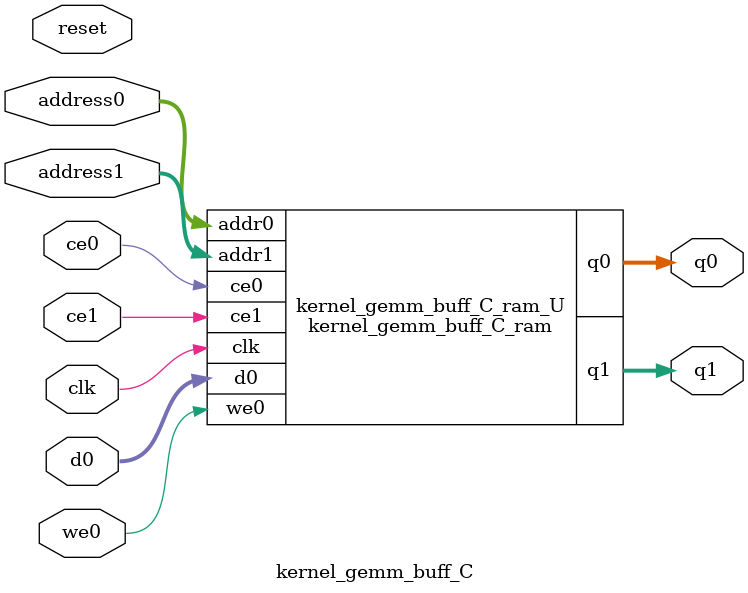
<source format=v>
`timescale 1 ns / 1 ps
module kernel_gemm_buff_C_ram (addr0, ce0, d0, we0, q0, addr1, ce1, q1,  clk);

parameter DWIDTH = 32;
parameter AWIDTH = 12;
parameter MEM_SIZE = 4096;

input[AWIDTH-1:0] addr0;
input ce0;
input[DWIDTH-1:0] d0;
input we0;
output reg[DWIDTH-1:0] q0;
input[AWIDTH-1:0] addr1;
input ce1;
output reg[DWIDTH-1:0] q1;
input clk;

reg [DWIDTH-1:0] ram[0:MEM_SIZE-1];




always @(posedge clk)  
begin 
    if (ce0) begin
        if (we0) 
            ram[addr0] <= d0; 
        q0 <= ram[addr0];
    end
end


always @(posedge clk)  
begin 
    if (ce1) begin
        q1 <= ram[addr1];
    end
end


endmodule

`timescale 1 ns / 1 ps
module kernel_gemm_buff_C(
    reset,
    clk,
    address0,
    ce0,
    we0,
    d0,
    q0,
    address1,
    ce1,
    q1);

parameter DataWidth = 32'd32;
parameter AddressRange = 32'd4096;
parameter AddressWidth = 32'd12;
input reset;
input clk;
input[AddressWidth - 1:0] address0;
input ce0;
input we0;
input[DataWidth - 1:0] d0;
output[DataWidth - 1:0] q0;
input[AddressWidth - 1:0] address1;
input ce1;
output[DataWidth - 1:0] q1;



kernel_gemm_buff_C_ram kernel_gemm_buff_C_ram_U(
    .clk( clk ),
    .addr0( address0 ),
    .ce0( ce0 ),
    .we0( we0 ),
    .d0( d0 ),
    .q0( q0 ),
    .addr1( address1 ),
    .ce1( ce1 ),
    .q1( q1 ));

endmodule


</source>
